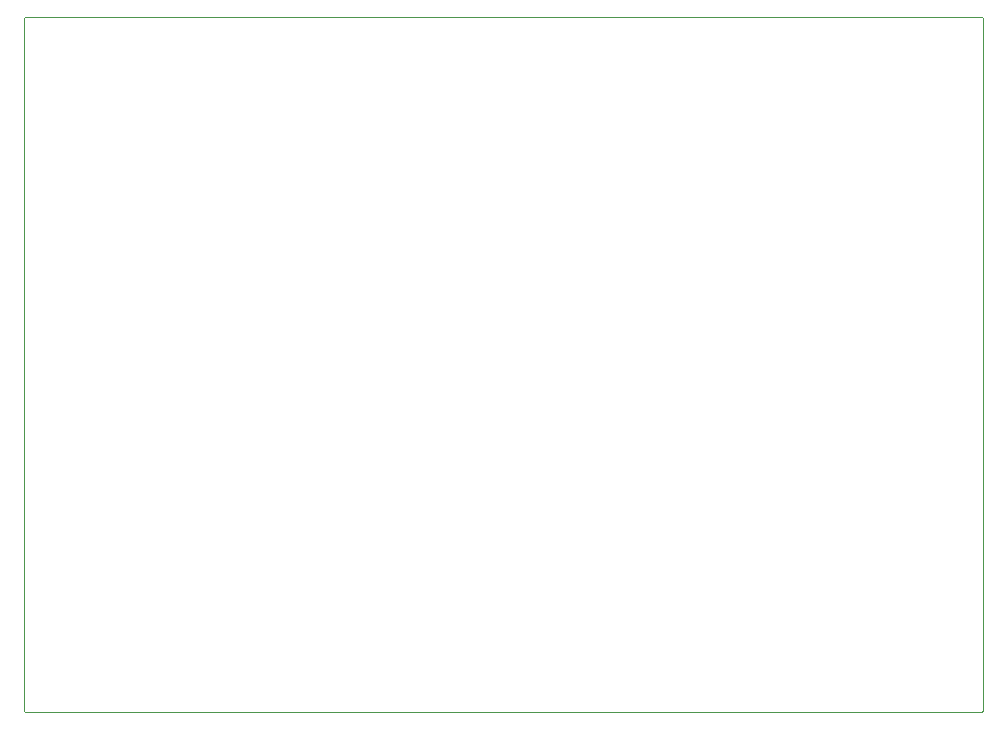
<source format=gbr>
%TF.GenerationSoftware,KiCad,Pcbnew,9.0.6*%
%TF.CreationDate,2025-12-30T05:11:15+05:30*%
%TF.ProjectId,UPS_Switch,5550535f-5377-4697-9463-682e6b696361,rev?*%
%TF.SameCoordinates,Original*%
%TF.FileFunction,Profile,NP*%
%FSLAX46Y46*%
G04 Gerber Fmt 4.6, Leading zero omitted, Abs format (unit mm)*
G04 Created by KiCad (PCBNEW 9.0.6) date 2025-12-30 05:11:15*
%MOMM*%
%LPD*%
G01*
G04 APERTURE LIST*
%TA.AperFunction,Profile*%
%ADD10C,0.050000*%
%TD*%
G04 APERTURE END LIST*
D10*
X33200000Y-75010000D02*
G75*
G02*
X33100000Y-74910000I0J100000D01*
G01*
X33100000Y-16250000D02*
G75*
G02*
X33200000Y-16150000I100000J0D01*
G01*
X114290000Y-74910000D02*
G75*
G02*
X114190000Y-75010000I-100000J0D01*
G01*
X114190000Y-16150000D02*
G75*
G02*
X114290000Y-16250000I0J-100000D01*
G01*
X33100000Y-74910000D02*
X33100000Y-16250000D01*
X114190000Y-75010000D02*
X33200000Y-75010000D01*
X33200000Y-16150000D02*
X114190000Y-16150000D01*
X114290000Y-16250000D02*
X114290000Y-74910000D01*
M02*

</source>
